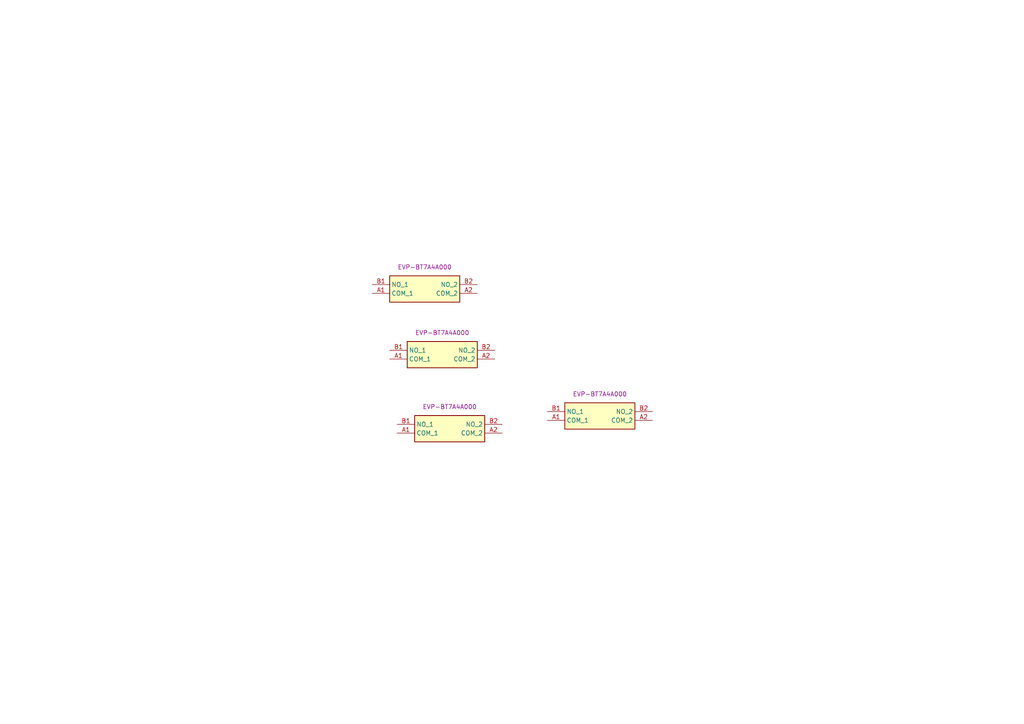
<source format=kicad_sch>
(kicad_sch (version 20211123) (generator eeschema)
  (paper "A4")
  (lib_symbols
    (symbol "EVP-BT7A4A000:EVP-BT7A4A000"
      (property "Value" "EVP-BT7A4A000" (at 0 0 0))
      (property "Reference_1" "S" (at 26.67 7.62 0))
      (property "Value_1" "EVP-BT7A4A000" (at 26.67 5.08 0))
      (symbol "EVP-BT7A4A000_1_1"
        (rectangle (start 5.08 2.54) (end 25.4 -5.08) (stroke (width 0.254)) (fill (type background)))
        (pin passive line (at 0 -2.54 0) (length 5.08) (name "COM_1") (number "A1"))
        (pin passive line (at 30.48 -2.54 180) (length 5.08) (name "COM_2") (number "A2"))
        (pin passive line (at 0 0 0) (length 5.08) (name "NO_1") (number "B1"))
        (pin passive line (at 30.48 0 180) (length 5.08) (name "NO_2") (number "B2"))
      )
    )
  )
  (symbol (lib_id "EVP-BT7A4A000:EVP-BT7A4A000") (at 158.75 119.38 0) (unit 1)
    (property "Reference" "EVP-BT7A4A?" (effects hide))
    (property "Value" "EVP-BT7A4A000" (effects hide))
    (property "Footprint" "EVP-BT7A4A000:EVPBT7A4A000" (effects hide))
    (property "Reference_1" "S" (effects hide))
    (property "Value_1" "EVP-BT7A4A000" (at 173.99 114.3 0))
    (property "Footprint_1" "EVPBT7A4A000" (effects hide))
    (property "Datasheet_1" "https://na.industrial.panasonic.com/file-download/245155" (effects hide))
    (property "Height" "4.5" (effects hide))
    (property "Mouser Part Number" "769-EVP-BT7A4A000" (effects hide))
    (property "Mouser Price/Stock" "https://www.mouser.co.uk/ProductDetail/Panasonic/EVP-BT7A4A000?qs=CiayqK2gdcK%2FK8JCTM%2FBCw%3D%3D" (effects hide))
    (property "Manufacturer_Name" "Panasonic" (effects hide))
    (property "Manufacturer_Part_Number" "EVP-BT7A4A000" (effects hide))
  )
  (symbol (lib_id "EVP-BT7A4A000:EVP-BT7A4A000") (at 107.95 82.55 0) (unit 1)
    (property "Reference" "EVP-BT7A4A?" (effects hide))
    (property "Value" "EVP-BT7A4A000" (effects hide))
    (property "Footprint" "EVP-BT7A4A000:EVPBT7A4A000" (effects hide))
    (property "Reference_1" "S" (effects hide))
    (property "Value_1" "EVP-BT7A4A000" (at 123.19 77.47 0))
    (property "Footprint_1" "EVPBT7A4A000" (effects hide))
    (property "Datasheet_1" "https://na.industrial.panasonic.com/file-download/245155" (effects hide))
    (property "Height" "4.5" (effects hide))
    (property "Mouser Part Number" "769-EVP-BT7A4A000" (effects hide))
    (property "Mouser Price/Stock" "https://www.mouser.co.uk/ProductDetail/Panasonic/EVP-BT7A4A000?qs=CiayqK2gdcK%2FK8JCTM%2FBCw%3D%3D" (effects hide))
    (property "Manufacturer_Name" "Panasonic" (effects hide))
    (property "Manufacturer_Part_Number" "EVP-BT7A4A000" (effects hide))
  )
  (symbol (lib_id "EVP-BT7A4A000:EVP-BT7A4A000") (at 113.03 101.6 0) (unit 1)
    (property "Reference" "EVP-BT7A4A?" (effects hide))
    (property "Value" "EVP-BT7A4A000" (effects hide))
    (property "Footprint" "EVP-BT7A4A000:EVPBT7A4A000" (effects hide))
    (property "Reference_1" "S" (effects hide))
    (property "Value_1" "EVP-BT7A4A000" (at 128.27 96.52 0))
    (property "Footprint_1" "EVPBT7A4A000" (effects hide))
    (property "Datasheet_1" "https://na.industrial.panasonic.com/file-download/245155" (effects hide))
    (property "Height" "4.5" (effects hide))
    (property "Mouser Part Number" "769-EVP-BT7A4A000" (effects hide))
    (property "Mouser Price/Stock" "https://www.mouser.co.uk/ProductDetail/Panasonic/EVP-BT7A4A000?qs=CiayqK2gdcK%2FK8JCTM%2FBCw%3D%3D" (effects hide))
    (property "Manufacturer_Name" "Panasonic" (effects hide))
    (property "Manufacturer_Part_Number" "EVP-BT7A4A000" (effects hide))
  )
  (symbol (lib_id "EVP-BT7A4A000:EVP-BT7A4A000") (at 115.1941 123.0753 0) (unit 1)
    (property "Reference" "EVP-BT7A4A?" (effects hide))
    (property "Value" "EVP-BT7A4A000" (effects hide))
    (property "Footprint" "EVP-BT7A4A000:EVPBT7A4A000" (effects hide))
    (property "Reference_1" "S" (effects hide))
    (property "Value_1" "EVP-BT7A4A000" (at 130.4341 117.9953 0))
    (property "Footprint_1" "EVPBT7A4A000" (effects hide))
    (property "Datasheet_1" "https://na.industrial.panasonic.com/file-download/245155" (effects hide))
    (property "Height" "4.5" (effects hide))
    (property "Mouser Part Number" "769-EVP-BT7A4A000" (effects hide))
    (property "Mouser Price/Stock" "https://www.mouser.co.uk/ProductDetail/Panasonic/EVP-BT7A4A000?qs=CiayqK2gdcK%2FK8JCTM%2FBCw%3D%3D" (effects hide))
    (property "Manufacturer_Name" "Panasonic" (effects hide))
    (property "Manufacturer_Part_Number" "EVP-BT7A4A000" (effects hide))
  )
)
</source>
